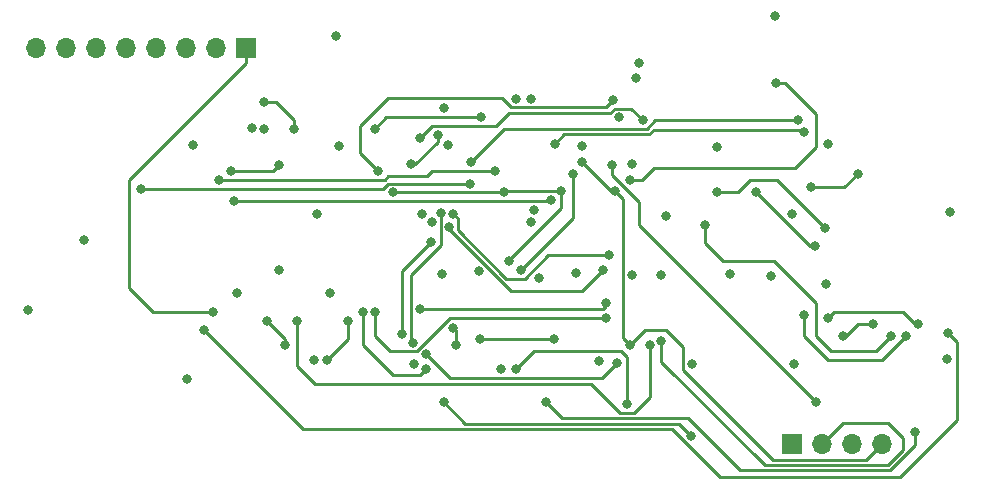
<source format=gbr>
%TF.GenerationSoftware,KiCad,Pcbnew,(5.1.10-1-10_14)*%
%TF.CreationDate,2021-12-06T09:36:28-05:00*%
%TF.ProjectId,control-unit,636f6e74-726f-46c2-9d75-6e69742e6b69,rev?*%
%TF.SameCoordinates,Original*%
%TF.FileFunction,Copper,L4,Bot*%
%TF.FilePolarity,Positive*%
%FSLAX46Y46*%
G04 Gerber Fmt 4.6, Leading zero omitted, Abs format (unit mm)*
G04 Created by KiCad (PCBNEW (5.1.10-1-10_14)) date 2021-12-06 09:36:28*
%MOMM*%
%LPD*%
G01*
G04 APERTURE LIST*
%TA.AperFunction,ComponentPad*%
%ADD10O,1.700000X1.700000*%
%TD*%
%TA.AperFunction,ComponentPad*%
%ADD11R,1.700000X1.700000*%
%TD*%
%TA.AperFunction,ViaPad*%
%ADD12C,0.800000*%
%TD*%
%TA.AperFunction,Conductor*%
%ADD13C,0.250000*%
%TD*%
G04 APERTURE END LIST*
D10*
%TO.P,J4,4*%
%TO.N,CARRY_FLAG*%
X182372000Y-116332000D03*
%TO.P,J4,3*%
%TO.N,SIGN_FLAG*%
X179832000Y-116332000D03*
%TO.P,J4,2*%
%TO.N,ZERO_FLAG*%
X177292000Y-116332000D03*
D11*
%TO.P,J4,1*%
%TO.N,OVERFLOW_FLAG*%
X174752000Y-116332000D03*
%TD*%
D10*
%TO.P,J3,8*%
%TO.N,GND*%
X110744000Y-82804000D03*
%TO.P,J3,7*%
%TO.N,VCC*%
X113284000Y-82804000D03*
%TO.P,J3,6*%
%TO.N,ADR0*%
X115824000Y-82804000D03*
%TO.P,J3,5*%
%TO.N,ADR1*%
X118364000Y-82804000D03*
%TO.P,J3,4*%
%TO.N,ADR2*%
X120904000Y-82804000D03*
%TO.P,J3,3*%
%TO.N,ADR3*%
X123444000Y-82804000D03*
%TO.P,J3,2*%
%TO.N,EN*%
X125984000Y-82804000D03*
D11*
%TO.P,J3,1*%
%TO.N,LOAD_PROGRAM_COUNTER_COND*%
X128524000Y-82804000D03*
%TD*%
D12*
%TO.N,VCC*%
X110109000Y-105029000D03*
X129048633Y-89626104D03*
X136466500Y-91117500D03*
X145677521Y-91009202D03*
X127830500Y-103563500D03*
X135704500Y-103563500D03*
X157040500Y-91117500D03*
X145116000Y-101936000D03*
X169500000Y-101936000D03*
X168393712Y-91203607D03*
X177800000Y-90932000D03*
X177640500Y-102775500D03*
X161216011Y-102071010D03*
X153339125Y-102325010D03*
%TO.N,GND*%
X124079000Y-91059000D03*
X130048000Y-89662000D03*
X134551500Y-96842500D03*
X143441500Y-96842500D03*
X131318000Y-101600000D03*
X156494000Y-101884000D03*
X150114000Y-109982000D03*
X158427500Y-109288500D03*
X166301500Y-109542500D03*
X174937500Y-109542500D03*
X172974000Y-102108000D03*
X174788990Y-96842500D03*
X134315118Y-109261562D03*
X142792240Y-109557609D03*
X164158248Y-97079124D03*
X188149000Y-96709000D03*
X187895000Y-109155000D03*
X163718000Y-102071010D03*
X148287507Y-101689236D03*
X152902141Y-96567264D03*
X173378500Y-80113500D03*
X136144000Y-81788000D03*
X123594500Y-110847500D03*
X114808000Y-99060000D03*
%TO.N,CARRY_FLAG*%
X139446000Y-89662000D03*
X156972000Y-92456000D03*
X159802990Y-94915205D03*
X161036000Y-107950000D03*
X148451357Y-88682990D03*
X173403500Y-85773500D03*
X161036000Y-93980000D03*
%TO.N,SIGN_FLAG*%
X144780000Y-90170000D03*
X145034000Y-96774000D03*
X142561305Y-92647769D03*
X142683650Y-107752310D03*
X159512000Y-92710000D03*
X176784000Y-112776000D03*
X145288000Y-87884000D03*
%TO.N,OVERFLOW_FLAG*%
X141753507Y-107024652D03*
X144186526Y-99283205D03*
X145288000Y-112776000D03*
X166241412Y-115629089D03*
X161539340Y-85348660D03*
X160115733Y-88699004D03*
%TO.N,ZERO_FLAG*%
X140970000Y-95032990D03*
X155207149Y-94922011D03*
X163718000Y-107584000D03*
X150810199Y-100874990D03*
X150404990Y-95032990D03*
X161798000Y-84074000D03*
X161255708Y-92675708D03*
%TO.N,Net-(U10-Pad1)*%
X177546000Y-98044000D03*
X168402000Y-94996000D03*
%TO.N,Net-(U11-Pad1)*%
X181610000Y-106172000D03*
X179070000Y-107188000D03*
%TO.N,~JS*%
X130048000Y-87376000D03*
X132588000Y-89662000D03*
%TO.N,~JNO*%
X119634000Y-94742000D03*
X147542766Y-94307980D03*
%TO.N,OR_JNS*%
X154686000Y-90932000D03*
X175768000Y-89916000D03*
%TO.N,OR_JS*%
X143256000Y-90424000D03*
X162150882Y-88943043D03*
%TO.N,OR_JNO*%
X146118500Y-96842500D03*
X159258000Y-100330000D03*
%TO.N,OR_JO*%
X145759010Y-97971421D03*
X158750000Y-101600000D03*
%TO.N,~JNB_JAE_JNC*%
X126238000Y-93980000D03*
X149636883Y-93239564D03*
%TO.N,~JB_JNAE_JC*%
X127254000Y-93218000D03*
X131318000Y-92710000D03*
%TO.N,OR_JNB_JAE_JNC*%
X147574000Y-92456000D03*
X175260000Y-88943043D03*
%TO.N,OR_JNE_JNZ*%
X152654000Y-97536000D03*
X152654012Y-87122000D03*
%TO.N,OR_JE_JZ*%
X144272000Y-97536000D03*
X151379336Y-87117344D03*
%TO.N,OR_JB_JNAE_JC*%
X139700000Y-93218000D03*
X159665080Y-87223032D03*
%TO.N,~JG_JNLE*%
X146304000Y-107950000D03*
X146079228Y-106499989D03*
%TO.N,~JA_JNBE*%
X127508000Y-95758000D03*
X154371114Y-95647021D03*
%TO.N,OR_JL_JNGE*%
X151384000Y-109982000D03*
X160781992Y-112986957D03*
%TO.N,OR_JA_JNBE*%
X167386000Y-97790000D03*
X183134000Y-107188000D03*
%TO.N,SF=OF*%
X148366000Y-107472000D03*
X154656000Y-107472000D03*
%TO.N,~JLE_JNG*%
X130302000Y-105918000D03*
X131826000Y-107950000D03*
%TO.N,OR_JGE_JNL*%
X143256000Y-104902000D03*
X159004000Y-104394000D03*
X175768000Y-105410000D03*
X184404000Y-107188000D03*
%TO.N,OR_JBE_JNA*%
X185166000Y-115316000D03*
X153924000Y-112812990D03*
%TO.N,OR_JG_JNLE*%
X139446000Y-105156000D03*
X159004000Y-105664000D03*
X177800000Y-105664000D03*
X185420000Y-106172000D03*
%TO.N,OR_JUMP*%
X124968000Y-106680000D03*
X187960000Y-106934000D03*
%TO.N,Net-(U14-Pad1)*%
X159983010Y-109489677D03*
X143793142Y-108741142D03*
%TO.N,Net-(U4-Pad8)*%
X132842000Y-105918000D03*
X162791076Y-107959281D03*
%TO.N,Net-(U4-Pad4)*%
X135382000Y-109219988D03*
X137159992Y-105918000D03*
%TO.N,Net-(U5-Pad13)*%
X156209994Y-93472000D03*
X151810211Y-101610337D03*
%TO.N,Net-(U6-Pad12)*%
X143764000Y-109982000D03*
X138430000Y-105156000D03*
%TO.N,Net-(U10-Pad13)*%
X180340000Y-93472000D03*
X176400953Y-94625094D03*
%TO.N,Net-(U11-Pad13)*%
X171704000Y-94996000D03*
X176760428Y-99600891D03*
%TO.N,LOAD_PROGRAM_COUNTER_COND*%
X125730000Y-105156000D03*
%TD*%
D13*
%TO.N,CARRY_FLAG*%
X156972000Y-92456000D02*
X159431205Y-94915205D01*
X159431205Y-94915205D02*
X159802990Y-94915205D01*
X173160400Y-117659989D02*
X181044011Y-117659989D01*
X161036000Y-107950000D02*
X162306000Y-106680000D01*
X181044011Y-117659989D02*
X182372000Y-116332000D01*
X164084000Y-106680000D02*
X165550009Y-108146009D01*
X165550009Y-108146009D02*
X165550009Y-110049598D01*
X162306000Y-106680000D02*
X164084000Y-106680000D01*
X165550009Y-110049598D02*
X173160400Y-117659989D01*
X139446000Y-89662000D02*
X140425010Y-88682990D01*
X140425010Y-88682990D02*
X148451357Y-88682990D01*
X160636001Y-107550001D02*
X161036000Y-107950000D01*
X160491001Y-107405001D02*
X160636001Y-107550001D01*
X160491001Y-95603216D02*
X160491001Y-107405001D01*
X159802990Y-94915205D02*
X160491001Y-95603216D01*
X173403500Y-85773500D02*
X174165500Y-85773500D01*
X174165500Y-85773500D02*
X176784000Y-88392000D01*
X176784000Y-88392000D02*
X176784000Y-91186000D01*
X176784000Y-91186000D02*
X175006000Y-92964000D01*
X175006000Y-92964000D02*
X163068000Y-92964000D01*
X163068000Y-92964000D02*
X162052000Y-93980000D01*
X162052000Y-93980000D02*
X161036000Y-93980000D01*
%TO.N,SIGN_FLAG*%
X144780000Y-90735685D02*
X142867916Y-92647769D01*
X142867916Y-92647769D02*
X142561305Y-92647769D01*
X144780000Y-90170000D02*
X144780000Y-90735685D01*
X142530999Y-102010746D02*
X142530999Y-107599659D01*
X145034000Y-99507745D02*
X142530999Y-102010746D01*
X142530999Y-107599659D02*
X142683650Y-107752310D01*
X145034000Y-96774000D02*
X145034000Y-99507745D01*
X159512000Y-92710000D02*
X159512000Y-93529002D01*
X159512000Y-93529002D02*
X161798000Y-95815002D01*
X161798000Y-95815002D02*
X161798000Y-97790000D01*
X161798000Y-97790000D02*
X176784000Y-112776000D01*
%TO.N,OVERFLOW_FLAG*%
X141753507Y-107024652D02*
X141753507Y-101716224D01*
X141753507Y-101716224D02*
X144186526Y-99283205D01*
X145288000Y-112776000D02*
X147123989Y-114611989D01*
X147123989Y-114611989D02*
X165224312Y-114611989D01*
X165224312Y-114611989D02*
X166241412Y-115629089D01*
%TO.N,ZERO_FLAG*%
X163718000Y-107584000D02*
X163718000Y-109362000D01*
X163718000Y-109362000D02*
X172466000Y-118110000D01*
X172466000Y-118110000D02*
X182880000Y-118110000D01*
X182880000Y-118110000D02*
X184150000Y-116840000D01*
X184150000Y-116840000D02*
X184150000Y-115824000D01*
X184150000Y-115824000D02*
X182880000Y-114554000D01*
X179070000Y-114554000D02*
X177292000Y-116332000D01*
X182880000Y-114554000D02*
X179070000Y-114554000D01*
X155207149Y-94922011D02*
X155207149Y-96405048D01*
X155207149Y-96405048D02*
X150810199Y-100801998D01*
X150810199Y-100801998D02*
X150810199Y-100874990D01*
X150515969Y-94922011D02*
X150404990Y-95032990D01*
X155207149Y-94922011D02*
X150515969Y-94922011D01*
X140970000Y-95032990D02*
X149839305Y-95032990D01*
X149839305Y-95032990D02*
X150404990Y-95032990D01*
%TO.N,Net-(U10-Pad1)*%
X177546000Y-98044000D02*
X173482000Y-93980000D01*
X173482000Y-93980000D02*
X171196000Y-93980000D01*
X171196000Y-93980000D02*
X170180000Y-94996000D01*
X170180000Y-94996000D02*
X168402000Y-94996000D01*
%TO.N,Net-(U11-Pad1)*%
X181610000Y-106172000D02*
X180340000Y-106172000D01*
X179324000Y-107188000D02*
X179070000Y-107188000D01*
X180340000Y-106172000D02*
X179324000Y-107188000D01*
%TO.N,~JS*%
X130048000Y-87376000D02*
X131064000Y-87376000D01*
X131064000Y-87376000D02*
X132588000Y-88900000D01*
X132588000Y-88900000D02*
X132588000Y-89662000D01*
%TO.N,~JNO*%
X140622008Y-94307980D02*
X147542766Y-94307980D01*
X140187988Y-94742000D02*
X140622008Y-94307980D01*
X119634000Y-94742000D02*
X140187988Y-94742000D01*
%TO.N,OR_JNS*%
X163076175Y-89727163D02*
X175579163Y-89727163D01*
X162685283Y-90118055D02*
X163076175Y-89727163D01*
X175579163Y-89727163D02*
X175768000Y-89916000D01*
X155499945Y-90118055D02*
X162685283Y-90118055D01*
X154686000Y-90932000D02*
X155499945Y-90118055D01*
%TO.N,OR_JS*%
X144272000Y-89408000D02*
X149738611Y-89408000D01*
X150849595Y-88297017D02*
X159410097Y-88297017D01*
X143256000Y-90424000D02*
X144272000Y-89408000D01*
X159759081Y-87948033D02*
X161155872Y-87948033D01*
X149738611Y-89408000D02*
X150849595Y-88297017D01*
X159410097Y-88297017D02*
X159759081Y-87948033D01*
X161155872Y-87948033D02*
X162150882Y-88943043D01*
%TO.N,OR_JNO*%
X159258000Y-100330000D02*
X154163552Y-100330000D01*
X154163552Y-100330000D02*
X152158213Y-102335339D01*
X152158213Y-102335339D02*
X150595339Y-102335339D01*
X150595339Y-102335339D02*
X146518499Y-98258499D01*
X146518499Y-97242499D02*
X146118500Y-96842500D01*
X146518499Y-98258499D02*
X146518499Y-97242499D01*
%TO.N,OR_JO*%
X145759010Y-97971421D02*
X145759010Y-98135421D01*
X156972000Y-103378000D02*
X158750000Y-101600000D01*
X145759010Y-98135421D02*
X151001589Y-103378000D01*
X151001589Y-103378000D02*
X156972000Y-103378000D01*
%TO.N,~JNB_JAE_JNC*%
X126238000Y-93980000D02*
X140313577Y-93980000D01*
X143858001Y-93689001D02*
X144307438Y-93239564D01*
X144307438Y-93239564D02*
X149071198Y-93239564D01*
X140313577Y-93980000D02*
X140604576Y-93689001D01*
X149071198Y-93239564D02*
X149636883Y-93239564D01*
X140604576Y-93689001D02*
X143858001Y-93689001D01*
%TO.N,~JB_JNAE_JC*%
X127254000Y-93218000D02*
X130810000Y-93218000D01*
X130810000Y-93218000D02*
X131318000Y-92710000D01*
%TO.N,OR_JNB_JAE_JNC*%
X150361956Y-89668044D02*
X162491397Y-89668044D01*
X147574000Y-92456000D02*
X150361956Y-89668044D01*
X162491397Y-89668044D02*
X163216398Y-88943043D01*
X163216398Y-88943043D02*
X175260000Y-88943043D01*
%TO.N,OR_JB_JNAE_JC*%
X150222215Y-87033221D02*
X151035999Y-87847009D01*
X151035999Y-87847009D02*
X159041103Y-87847009D01*
X138176000Y-91694000D02*
X138176000Y-89408000D01*
X138176000Y-89408000D02*
X140550779Y-87033221D01*
X140550779Y-87033221D02*
X150222215Y-87033221D01*
X159041103Y-87847009D02*
X159665080Y-87223032D01*
X139700000Y-93218000D02*
X138176000Y-91694000D01*
%TO.N,~JG_JNLE*%
X146304000Y-106724761D02*
X146079228Y-106499989D01*
X146304000Y-107950000D02*
X146304000Y-106724761D01*
%TO.N,~JA_JNBE*%
X154260135Y-95758000D02*
X154371114Y-95647021D01*
X127508000Y-95758000D02*
X154260135Y-95758000D01*
%TO.N,OR_JL_JNGE*%
X160274000Y-108458000D02*
X160781992Y-108965992D01*
X151384000Y-109982000D02*
X152908000Y-108458000D01*
X152908000Y-108458000D02*
X160274000Y-108458000D01*
X160781992Y-108965992D02*
X160781992Y-112986957D01*
%TO.N,OR_JA_JNBE*%
X167386000Y-97790000D02*
X167386000Y-99314000D01*
X167386000Y-99314000D02*
X168910000Y-100838000D01*
X168910000Y-100838000D02*
X173228000Y-100838000D01*
X173228000Y-100838000D02*
X176784000Y-104394000D01*
X176784000Y-104394000D02*
X176784000Y-107188000D01*
X176784000Y-107188000D02*
X178054000Y-108458000D01*
X178054000Y-108458000D02*
X181864000Y-108458000D01*
X181864000Y-108458000D02*
X183134000Y-107188000D01*
%TO.N,SF=OF*%
X148366000Y-107472000D02*
X154656000Y-107472000D01*
%TO.N,~JLE_JNG*%
X130302000Y-105918000D02*
X131826000Y-107442000D01*
X131826000Y-107442000D02*
X131826000Y-107950000D01*
%TO.N,OR_JGE_JNL*%
X143256000Y-104902000D02*
X158750000Y-104902000D01*
X158750000Y-104902000D02*
X159004000Y-104648000D01*
X159004000Y-104648000D02*
X159004000Y-104394000D01*
X182372000Y-109220000D02*
X184404000Y-107188000D01*
X177800000Y-109220000D02*
X182372000Y-109220000D01*
X175768000Y-107188000D02*
X177800000Y-109220000D01*
X175768000Y-105410000D02*
X175768000Y-107188000D01*
%TO.N,OR_JBE_JNA*%
X155272988Y-114161978D02*
X153924000Y-112812990D01*
X165977978Y-114161978D02*
X155272988Y-114161978D01*
X185166000Y-115316000D02*
X185166000Y-116460411D01*
X170376011Y-118560011D02*
X165977978Y-114161978D01*
X183066400Y-118560011D02*
X170376011Y-118560011D01*
X185166000Y-116460411D02*
X183066400Y-118560011D01*
%TO.N,OR_JG_JNLE*%
X177800000Y-105664000D02*
X178308000Y-105156000D01*
X178308000Y-105156000D02*
X184150000Y-105156000D01*
X185166000Y-106172000D02*
X185420000Y-106172000D01*
X184150000Y-105156000D02*
X185166000Y-106172000D01*
X139446000Y-105156000D02*
X139446000Y-107188000D01*
X140735312Y-108477312D02*
X143031652Y-108477312D01*
X145844964Y-105664000D02*
X159004000Y-105664000D01*
X139446000Y-107188000D02*
X140735312Y-108477312D01*
X143031652Y-108477312D02*
X145844964Y-105664000D01*
%TO.N,OR_JUMP*%
X183896000Y-119126000D02*
X188722000Y-114300000D01*
X164649004Y-115062000D02*
X168713004Y-119126000D01*
X133350000Y-115062000D02*
X164649004Y-115062000D01*
X188722000Y-107696000D02*
X187960000Y-106934000D01*
X168713004Y-119126000D02*
X183896000Y-119126000D01*
X188722000Y-114300000D02*
X188722000Y-107696000D01*
X124968000Y-106680000D02*
X133350000Y-115062000D01*
%TO.N,Net-(U14-Pad1)*%
X145796000Y-110744000D02*
X143793142Y-108741142D01*
X158728687Y-110744000D02*
X145796000Y-110744000D01*
X159983010Y-109489677D02*
X158728687Y-110744000D01*
%TO.N,Net-(U4-Pad8)*%
X162791076Y-108524966D02*
X162791076Y-107959281D01*
X157736822Y-111252000D02*
X160196788Y-113711967D01*
X160196788Y-113711967D02*
X161427037Y-113711967D01*
X132842000Y-109728000D02*
X134366000Y-111252000D01*
X162791076Y-112347928D02*
X162791076Y-108524966D01*
X132842000Y-105918000D02*
X132842000Y-109728000D01*
X161427037Y-113711967D02*
X162791076Y-112347928D01*
X134366000Y-111252000D02*
X157736822Y-111252000D01*
%TO.N,Net-(U4-Pad4)*%
X137159992Y-107441996D02*
X137159992Y-105918000D01*
X135382000Y-109219988D02*
X137159992Y-107441996D01*
%TO.N,Net-(U5-Pad13)*%
X156209994Y-93472000D02*
X156209994Y-97210554D01*
X156209994Y-97210554D02*
X151810211Y-101610337D01*
%TO.N,Net-(U6-Pad12)*%
X138430000Y-107950000D02*
X138430000Y-105156000D01*
X140970000Y-110490000D02*
X138430000Y-107950000D01*
X143764000Y-109982000D02*
X143256000Y-110490000D01*
X143256000Y-110490000D02*
X140970000Y-110490000D01*
%TO.N,Net-(U10-Pad13)*%
X180340000Y-93472000D02*
X179186906Y-94625094D01*
X179186906Y-94625094D02*
X176400953Y-94625094D01*
%TO.N,Net-(U11-Pad13)*%
X176308891Y-99600891D02*
X176760428Y-99600891D01*
X171704000Y-94996000D02*
X176308891Y-99600891D01*
%TO.N,LOAD_PROGRAM_COUNTER_COND*%
X128524000Y-84074000D02*
X128524000Y-82804000D01*
X118618000Y-93980000D02*
X128524000Y-84074000D01*
X118618000Y-103124000D02*
X118618000Y-93980000D01*
X120650000Y-105156000D02*
X118618000Y-103124000D01*
X125730000Y-105156000D02*
X120650000Y-105156000D01*
%TD*%
M02*

</source>
